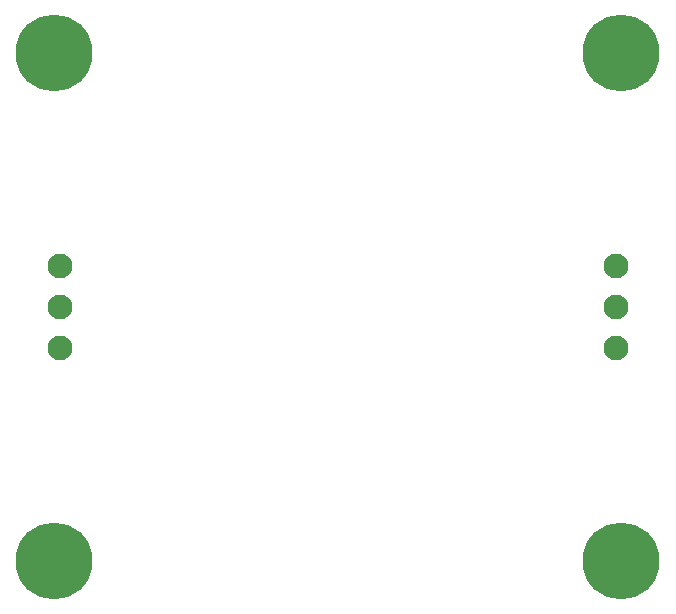
<source format=gbr>
%TF.GenerationSoftware,KiCad,Pcbnew,(5.1.6-0)*%
%TF.CreationDate,2024-01-11T20:43:49-08:00*%
%TF.ProjectId,psu_15V_reg,7073755f-3135-4565-9f72-65672e6b6963,1.0*%
%TF.SameCoordinates,Original*%
%TF.FileFunction,Soldermask,Bot*%
%TF.FilePolarity,Negative*%
%FSLAX46Y46*%
G04 Gerber Fmt 4.6, Leading zero omitted, Abs format (unit mm)*
G04 Created by KiCad (PCBNEW (5.1.6-0)) date 2024-01-11 20:43:49*
%MOMM*%
%LPD*%
G01*
G04 APERTURE LIST*
%ADD10C,0.900000*%
%ADD11C,6.500000*%
%ADD12C,2.100000*%
G04 APERTURE END LIST*
D10*
%TO.C,H4*%
X110197056Y-79302944D03*
X108500000Y-78600000D03*
X106802944Y-79302944D03*
X106100000Y-81000000D03*
X106802944Y-82697056D03*
X108500000Y-83400000D03*
X110197056Y-82697056D03*
X110900000Y-81000000D03*
D11*
X108500000Y-81000000D03*
%TD*%
D10*
%TO.C,H3*%
X158197056Y-79302944D03*
X156500000Y-78600000D03*
X154802944Y-79302944D03*
X154100000Y-81000000D03*
X154802944Y-82697056D03*
X156500000Y-83400000D03*
X158197056Y-82697056D03*
X158900000Y-81000000D03*
D11*
X156500000Y-81000000D03*
%TD*%
D10*
%TO.C,H2*%
X158197056Y-122302944D03*
X156500000Y-121600000D03*
X154802944Y-122302944D03*
X154100000Y-124000000D03*
X154802944Y-125697056D03*
X156500000Y-126400000D03*
X158197056Y-125697056D03*
X158900000Y-124000000D03*
D11*
X156500000Y-124000000D03*
%TD*%
D10*
%TO.C,H1*%
X110197056Y-122302944D03*
X108500000Y-121600000D03*
X106802944Y-122302944D03*
X106100000Y-124000000D03*
X106802944Y-125697056D03*
X108500000Y-126400000D03*
X110197056Y-125697056D03*
X110900000Y-124000000D03*
D11*
X108500000Y-124000000D03*
%TD*%
D12*
%TO.C,J2*%
X109000000Y-106000000D03*
X109000000Y-102500000D03*
X109000000Y-99000000D03*
%TD*%
%TO.C,J1*%
X156000000Y-99000000D03*
X156000000Y-102500000D03*
X156000000Y-106000000D03*
%TD*%
M02*

</source>
